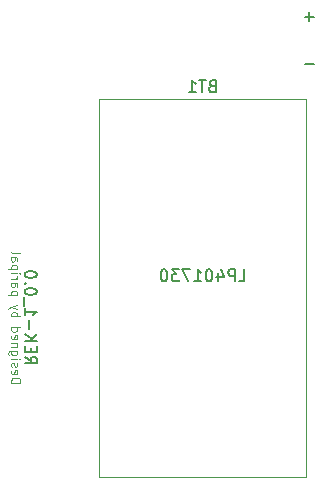
<source format=gbr>
G04 #@! TF.GenerationSoftware,KiCad,Pcbnew,(5.1.5)-3*
G04 #@! TF.CreationDate,2021-08-26T15:26:13+09:00*
G04 #@! TF.ProjectId,RemoteEmergencyKill,52656d6f-7465-4456-9d65-7267656e6379,rev?*
G04 #@! TF.SameCoordinates,Original*
G04 #@! TF.FileFunction,Legend,Bot*
G04 #@! TF.FilePolarity,Positive*
%FSLAX46Y46*%
G04 Gerber Fmt 4.6, Leading zero omitted, Abs format (unit mm)*
G04 Created by KiCad (PCBNEW (5.1.5)-3) date 2021-08-26 15:26:13*
%MOMM*%
%LPD*%
G04 APERTURE LIST*
%ADD10C,0.100000*%
%ADD11C,0.150000*%
%ADD12C,0.120000*%
G04 APERTURE END LIST*
D10*
X115865714Y-112180000D02*
X116615714Y-112180000D01*
X116615714Y-112001428D01*
X116580000Y-111894285D01*
X116508571Y-111822857D01*
X116437142Y-111787142D01*
X116294285Y-111751428D01*
X116187142Y-111751428D01*
X116044285Y-111787142D01*
X115972857Y-111822857D01*
X115901428Y-111894285D01*
X115865714Y-112001428D01*
X115865714Y-112180000D01*
X115901428Y-111144285D02*
X115865714Y-111215714D01*
X115865714Y-111358571D01*
X115901428Y-111430000D01*
X115972857Y-111465714D01*
X116258571Y-111465714D01*
X116330000Y-111430000D01*
X116365714Y-111358571D01*
X116365714Y-111215714D01*
X116330000Y-111144285D01*
X116258571Y-111108571D01*
X116187142Y-111108571D01*
X116115714Y-111465714D01*
X115901428Y-110822857D02*
X115865714Y-110751428D01*
X115865714Y-110608571D01*
X115901428Y-110537142D01*
X115972857Y-110501428D01*
X116008571Y-110501428D01*
X116080000Y-110537142D01*
X116115714Y-110608571D01*
X116115714Y-110715714D01*
X116151428Y-110787142D01*
X116222857Y-110822857D01*
X116258571Y-110822857D01*
X116330000Y-110787142D01*
X116365714Y-110715714D01*
X116365714Y-110608571D01*
X116330000Y-110537142D01*
X115865714Y-110180000D02*
X116365714Y-110180000D01*
X116615714Y-110180000D02*
X116580000Y-110215714D01*
X116544285Y-110180000D01*
X116580000Y-110144285D01*
X116615714Y-110180000D01*
X116544285Y-110180000D01*
X116365714Y-109501428D02*
X115758571Y-109501428D01*
X115687142Y-109537142D01*
X115651428Y-109572857D01*
X115615714Y-109644285D01*
X115615714Y-109751428D01*
X115651428Y-109822857D01*
X115901428Y-109501428D02*
X115865714Y-109572857D01*
X115865714Y-109715714D01*
X115901428Y-109787142D01*
X115937142Y-109822857D01*
X116008571Y-109858571D01*
X116222857Y-109858571D01*
X116294285Y-109822857D01*
X116330000Y-109787142D01*
X116365714Y-109715714D01*
X116365714Y-109572857D01*
X116330000Y-109501428D01*
X116365714Y-109144285D02*
X115865714Y-109144285D01*
X116294285Y-109144285D02*
X116330000Y-109108571D01*
X116365714Y-109037142D01*
X116365714Y-108930000D01*
X116330000Y-108858571D01*
X116258571Y-108822857D01*
X115865714Y-108822857D01*
X115901428Y-108180000D02*
X115865714Y-108251428D01*
X115865714Y-108394285D01*
X115901428Y-108465714D01*
X115972857Y-108501428D01*
X116258571Y-108501428D01*
X116330000Y-108465714D01*
X116365714Y-108394285D01*
X116365714Y-108251428D01*
X116330000Y-108180000D01*
X116258571Y-108144285D01*
X116187142Y-108144285D01*
X116115714Y-108501428D01*
X115865714Y-107501428D02*
X116615714Y-107501428D01*
X115901428Y-107501428D02*
X115865714Y-107572857D01*
X115865714Y-107715714D01*
X115901428Y-107787142D01*
X115937142Y-107822857D01*
X116008571Y-107858571D01*
X116222857Y-107858571D01*
X116294285Y-107822857D01*
X116330000Y-107787142D01*
X116365714Y-107715714D01*
X116365714Y-107572857D01*
X116330000Y-107501428D01*
X115865714Y-106572857D02*
X116615714Y-106572857D01*
X116330000Y-106572857D02*
X116365714Y-106501428D01*
X116365714Y-106358571D01*
X116330000Y-106287142D01*
X116294285Y-106251428D01*
X116222857Y-106215714D01*
X116008571Y-106215714D01*
X115937142Y-106251428D01*
X115901428Y-106287142D01*
X115865714Y-106358571D01*
X115865714Y-106501428D01*
X115901428Y-106572857D01*
X116365714Y-105965714D02*
X115865714Y-105787142D01*
X116365714Y-105608571D02*
X115865714Y-105787142D01*
X115687142Y-105858571D01*
X115651428Y-105894285D01*
X115615714Y-105965714D01*
X116365714Y-104751428D02*
X115615714Y-104751428D01*
X116330000Y-104751428D02*
X116365714Y-104680000D01*
X116365714Y-104537142D01*
X116330000Y-104465714D01*
X116294285Y-104430000D01*
X116222857Y-104394285D01*
X116008571Y-104394285D01*
X115937142Y-104430000D01*
X115901428Y-104465714D01*
X115865714Y-104537142D01*
X115865714Y-104680000D01*
X115901428Y-104751428D01*
X115865714Y-103751428D02*
X116258571Y-103751428D01*
X116330000Y-103787142D01*
X116365714Y-103858571D01*
X116365714Y-104001428D01*
X116330000Y-104072857D01*
X115901428Y-103751428D02*
X115865714Y-103822857D01*
X115865714Y-104001428D01*
X115901428Y-104072857D01*
X115972857Y-104108571D01*
X116044285Y-104108571D01*
X116115714Y-104072857D01*
X116151428Y-104001428D01*
X116151428Y-103822857D01*
X116187142Y-103751428D01*
X115865714Y-103394285D02*
X116365714Y-103394285D01*
X116222857Y-103394285D02*
X116294285Y-103358571D01*
X116330000Y-103322857D01*
X116365714Y-103251428D01*
X116365714Y-103180000D01*
X115865714Y-102930000D02*
X116365714Y-102930000D01*
X116615714Y-102930000D02*
X116580000Y-102965714D01*
X116544285Y-102930000D01*
X116580000Y-102894285D01*
X116615714Y-102930000D01*
X116544285Y-102930000D01*
X116365714Y-102572857D02*
X115615714Y-102572857D01*
X116330000Y-102572857D02*
X116365714Y-102501428D01*
X116365714Y-102358571D01*
X116330000Y-102287142D01*
X116294285Y-102251428D01*
X116222857Y-102215714D01*
X116008571Y-102215714D01*
X115937142Y-102251428D01*
X115901428Y-102287142D01*
X115865714Y-102358571D01*
X115865714Y-102501428D01*
X115901428Y-102572857D01*
X115865714Y-101572857D02*
X116258571Y-101572857D01*
X116330000Y-101608571D01*
X116365714Y-101680000D01*
X116365714Y-101822857D01*
X116330000Y-101894285D01*
X115901428Y-101572857D02*
X115865714Y-101644285D01*
X115865714Y-101822857D01*
X115901428Y-101894285D01*
X115972857Y-101930000D01*
X116044285Y-101930000D01*
X116115714Y-101894285D01*
X116151428Y-101822857D01*
X116151428Y-101644285D01*
X116187142Y-101572857D01*
X115865714Y-101108571D02*
X115901428Y-101180000D01*
X115972857Y-101215714D01*
X116615714Y-101215714D01*
D11*
X117022619Y-109989523D02*
X117498809Y-110322857D01*
X117022619Y-110560952D02*
X118022619Y-110560952D01*
X118022619Y-110180000D01*
X117975000Y-110084761D01*
X117927380Y-110037142D01*
X117832142Y-109989523D01*
X117689285Y-109989523D01*
X117594047Y-110037142D01*
X117546428Y-110084761D01*
X117498809Y-110180000D01*
X117498809Y-110560952D01*
X117546428Y-109560952D02*
X117546428Y-109227619D01*
X117022619Y-109084761D02*
X117022619Y-109560952D01*
X118022619Y-109560952D01*
X118022619Y-109084761D01*
X117022619Y-108656190D02*
X118022619Y-108656190D01*
X117022619Y-108084761D02*
X117594047Y-108513333D01*
X118022619Y-108084761D02*
X117451190Y-108656190D01*
X117403571Y-107656190D02*
X117403571Y-106894285D01*
X117022619Y-105894285D02*
X117022619Y-106465714D01*
X117022619Y-106180000D02*
X118022619Y-106180000D01*
X117879761Y-106275238D01*
X117784523Y-106370476D01*
X117736904Y-106465714D01*
X116927380Y-105703809D02*
X116927380Y-104941904D01*
X118022619Y-104513333D02*
X118022619Y-104418095D01*
X117975000Y-104322857D01*
X117927380Y-104275238D01*
X117832142Y-104227619D01*
X117641666Y-104180000D01*
X117403571Y-104180000D01*
X117213095Y-104227619D01*
X117117857Y-104275238D01*
X117070238Y-104322857D01*
X117022619Y-104418095D01*
X117022619Y-104513333D01*
X117070238Y-104608571D01*
X117117857Y-104656190D01*
X117213095Y-104703809D01*
X117403571Y-104751428D01*
X117641666Y-104751428D01*
X117832142Y-104703809D01*
X117927380Y-104656190D01*
X117975000Y-104608571D01*
X118022619Y-104513333D01*
X117117857Y-103751428D02*
X117070238Y-103703809D01*
X117022619Y-103751428D01*
X117070238Y-103799047D01*
X117117857Y-103751428D01*
X117022619Y-103751428D01*
X118022619Y-103084761D02*
X118022619Y-102989523D01*
X117975000Y-102894285D01*
X117927380Y-102846666D01*
X117832142Y-102799047D01*
X117641666Y-102751428D01*
X117403571Y-102751428D01*
X117213095Y-102799047D01*
X117117857Y-102846666D01*
X117070238Y-102894285D01*
X117022619Y-102989523D01*
X117022619Y-103084761D01*
X117070238Y-103180000D01*
X117117857Y-103227619D01*
X117213095Y-103275238D01*
X117403571Y-103322857D01*
X117641666Y-103322857D01*
X117832142Y-103275238D01*
X117927380Y-103227619D01*
X117975000Y-103180000D01*
X118022619Y-103084761D01*
D12*
X123330000Y-88140000D02*
X140830000Y-88140000D01*
X123330000Y-120140000D02*
X123330000Y-88140000D01*
X140830000Y-120140000D02*
X123330000Y-120140000D01*
X140830000Y-88140000D02*
X140830000Y-120140000D01*
D11*
X132865714Y-87068571D02*
X132722857Y-87116190D01*
X132675238Y-87163809D01*
X132627619Y-87259047D01*
X132627619Y-87401904D01*
X132675238Y-87497142D01*
X132722857Y-87544761D01*
X132818095Y-87592380D01*
X133199047Y-87592380D01*
X133199047Y-86592380D01*
X132865714Y-86592380D01*
X132770476Y-86640000D01*
X132722857Y-86687619D01*
X132675238Y-86782857D01*
X132675238Y-86878095D01*
X132722857Y-86973333D01*
X132770476Y-87020952D01*
X132865714Y-87068571D01*
X133199047Y-87068571D01*
X132341904Y-86592380D02*
X131770476Y-86592380D01*
X132056190Y-87592380D02*
X132056190Y-86592380D01*
X130913333Y-87592380D02*
X131484761Y-87592380D01*
X131199047Y-87592380D02*
X131199047Y-86592380D01*
X131294285Y-86735238D01*
X131389523Y-86830476D01*
X131484761Y-86878095D01*
X135127619Y-103592380D02*
X135603809Y-103592380D01*
X135603809Y-102592380D01*
X134794285Y-103592380D02*
X134794285Y-102592380D01*
X134413333Y-102592380D01*
X134318095Y-102640000D01*
X134270476Y-102687619D01*
X134222857Y-102782857D01*
X134222857Y-102925714D01*
X134270476Y-103020952D01*
X134318095Y-103068571D01*
X134413333Y-103116190D01*
X134794285Y-103116190D01*
X133365714Y-102925714D02*
X133365714Y-103592380D01*
X133603809Y-102544761D02*
X133841904Y-103259047D01*
X133222857Y-103259047D01*
X132651428Y-102592380D02*
X132556190Y-102592380D01*
X132460952Y-102640000D01*
X132413333Y-102687619D01*
X132365714Y-102782857D01*
X132318095Y-102973333D01*
X132318095Y-103211428D01*
X132365714Y-103401904D01*
X132413333Y-103497142D01*
X132460952Y-103544761D01*
X132556190Y-103592380D01*
X132651428Y-103592380D01*
X132746666Y-103544761D01*
X132794285Y-103497142D01*
X132841904Y-103401904D01*
X132889523Y-103211428D01*
X132889523Y-102973333D01*
X132841904Y-102782857D01*
X132794285Y-102687619D01*
X132746666Y-102640000D01*
X132651428Y-102592380D01*
X131365714Y-103592380D02*
X131937142Y-103592380D01*
X131651428Y-103592380D02*
X131651428Y-102592380D01*
X131746666Y-102735238D01*
X131841904Y-102830476D01*
X131937142Y-102878095D01*
X131032380Y-102592380D02*
X130365714Y-102592380D01*
X130794285Y-103592380D01*
X130080000Y-102592380D02*
X129460952Y-102592380D01*
X129794285Y-102973333D01*
X129651428Y-102973333D01*
X129556190Y-103020952D01*
X129508571Y-103068571D01*
X129460952Y-103163809D01*
X129460952Y-103401904D01*
X129508571Y-103497142D01*
X129556190Y-103544761D01*
X129651428Y-103592380D01*
X129937142Y-103592380D01*
X130032380Y-103544761D01*
X130080000Y-103497142D01*
X128841904Y-102592380D02*
X128746666Y-102592380D01*
X128651428Y-102640000D01*
X128603809Y-102687619D01*
X128556190Y-102782857D01*
X128508571Y-102973333D01*
X128508571Y-103211428D01*
X128556190Y-103401904D01*
X128603809Y-103497142D01*
X128651428Y-103544761D01*
X128746666Y-103592380D01*
X128841904Y-103592380D01*
X128937142Y-103544761D01*
X128984761Y-103497142D01*
X129032380Y-103401904D01*
X129080000Y-103211428D01*
X129080000Y-102973333D01*
X129032380Y-102782857D01*
X128984761Y-102687619D01*
X128937142Y-102640000D01*
X128841904Y-102592380D01*
X141460952Y-85211428D02*
X140699047Y-85211428D01*
X141460952Y-81211428D02*
X140699047Y-81211428D01*
X141080000Y-81592380D02*
X141080000Y-80830476D01*
M02*

</source>
